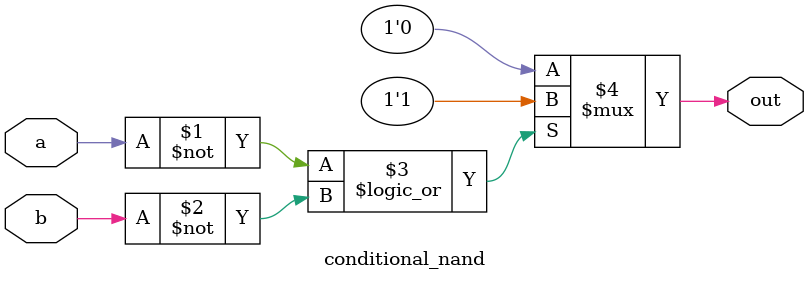
<source format=v>
module conditional_nand (
  input a,
  input b,
  output out
);

  assign out = (a == 1'b0 || b == 1'b0) ? 1'b1 : 1'b0; // NAND using conditional expression

endmodule

</source>
